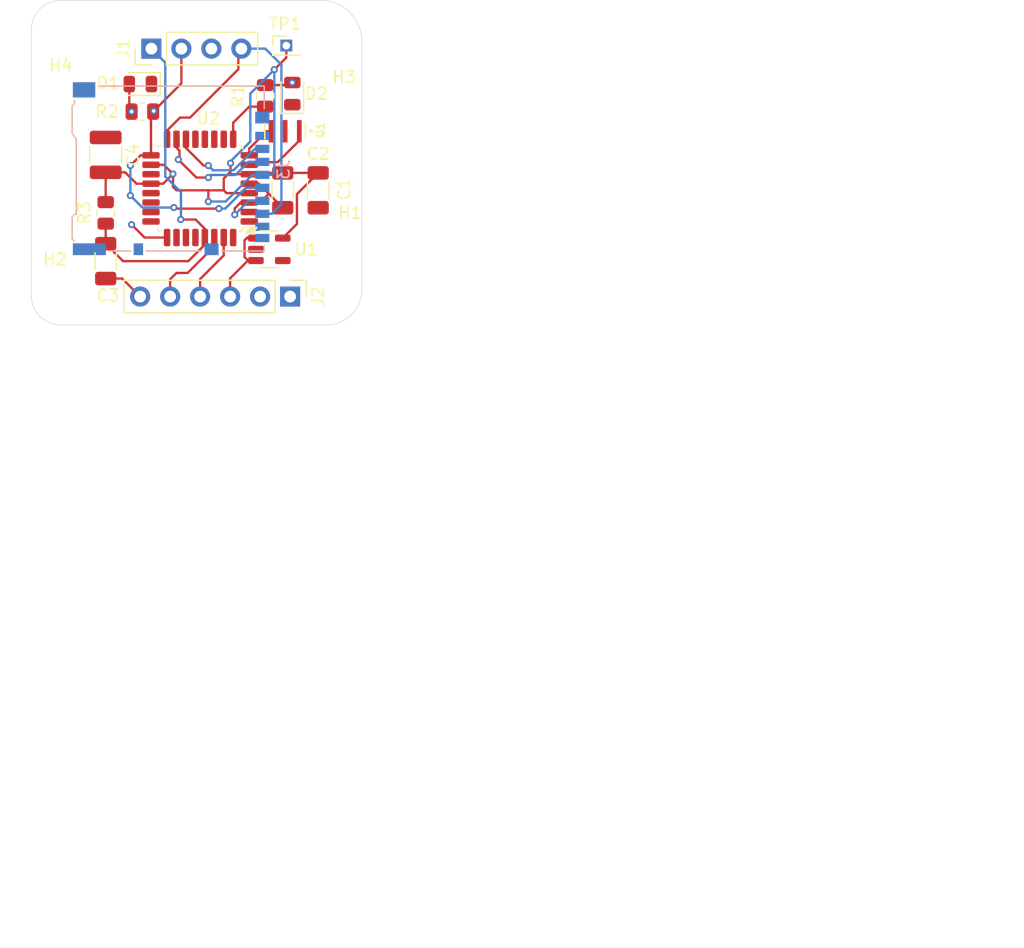
<source format=kicad_pcb>
(kicad_pcb (version 20241229) (generator "pcbnew") (generator_version "9.0")
  (title_block (title "OPEN-LOG") (company "MOHIT SAGAR"))
  (layers (0 "F.Cu" signal) (2 "B.Cu" signal) (13 "F.Paste" user) (15 "B.Paste" user) (5 "F.SilkS" user "F.Silkscreen") (7 "B.SilkS" user "B.Silkscreen") (1 "F.Mask" user) (3 "B.Mask" user) (25 "Edge.Cuts" user))
  (net 0 "")
  (net 1 "Net-(U2-PD5(T1))")
  (net 2 "3.3V")
  (net 3 "RST")
  (net 4 "Net-(D1-A)")
  (net 5 "GND")
  (net 6 "RAW")
  (net 9 "MOSI")
  (net 10 "Net-(U2-PB6{slash}XTAL1)")
  (net 14 "MISO")
  (net 16 "TXO")
  (net 19 "Net-(U2-PB7{slash}XTAL2)")
  (net 20 "CD")
  (net 23 "RXI")
  (net 28 "CS")
  (net 30 "DTR")
  (net 31 "SCK")
  (footprint "Package_QFP:TQFP-32_7x7mm_P0.8mm" (layer "F.Cu") (at 214.225 116.3125 180)
    (property "Reference" "U2" (at -0.696 5.9335 0) (layer "F.SilkS"))
    (property "Value" "ATmega328P-A")
    (fp_line (start 3.61 3.61) (end 3.61 3.335) (stroke (width 0.12)) (layer "F.SilkS"))
    (fp_line (start 3.61 -3.61) (end 3.61 -3.335) (stroke (width 0.12)) (layer "F.SilkS"))
    (fp_line (start 3.335 3.61) (end 3.61 3.61) (stroke (width 0.12)) (layer "F.SilkS"))
    (fp_line (start 3.335 -3.61) (end 3.61 -3.61) (stroke (width 0.12)) (layer "F.SilkS"))
    (fp_line (start -3.335 3.61) (end -3.61 3.61) (stroke (width 0.12)) (layer "F.SilkS"))
    (fp_line (start -3.335 -3.61) (end -3.61 -3.61) (stroke (width 0.12)) (layer "F.SilkS"))
    (fp_line (start -3.61 3.61) (end -3.61 3.335) (stroke (width 0.12)) (layer "F.SilkS"))
    (fp_line (start -3.61 -3.61) (end -3.61 -3.335) (stroke (width 0.12)) (layer "F.SilkS"))
    (fp_poly (pts (xy -4.2 -3.335) (xy -4.54 -3.805) (xy -3.86 -3.805)) (stroke (width 0.12)) (fill yes) (layer "F.SilkS"))
    (pad "1" smd roundrect (at -4.1625 -2.8 180) (size 1.475 0.55) (layers "F.Cu" "F.Mask" "F.Paste"))
    (pad "2" smd roundrect (at -4.1625 -2 180) (size 1.475 0.55) (layers "F.Cu" "F.Mask" "F.Paste"))
    (pad "3" smd roundrect (at -4.1625 -1.2 180) (size 1.475 0.55) (layers "F.Cu" "F.Mask" "F.Paste") (net 5 "GND"))
    (pad "4" smd roundrect (at -4.1625 -0.4 180) (size 1.475 0.55) (layers "F.Cu" "F.Mask" "F.Paste") (net 2 "3.3V"))
    (pad "5" smd roundrect (at -4.1625 0.4 180) (size 1.475 0.55) (layers "F.Cu" "F.Mask" "F.Paste") (net 5 "GND"))
    (pad "6" smd roundrect (at -4.1625 1.2 180) (size 1.475 0.55) (layers "F.Cu" "F.Mask" "F.Paste") (net 2 "3.3V"))
    (pad "7" smd roundrect (at -4.1625 2 180) (size 1.475 0.55) (layers "F.Cu" "F.Mask" "F.Paste") (net 10 "Net-(U2-PB6{slash}XTAL1)"))
    (pad "8" smd roundrect (at -4.1625 2.8 180) (size 1.475 0.55) (layers "F.Cu" "F.Mask" "F.Paste") (net 19 "Net-(U2-PB7{slash}XTAL2)"))
    (pad "9" smd roundrect (at -2.8 4.1625 180) (size 0.55 1.475) (layers "F.Cu" "F.Mask" "F.Paste") (net 1 "Net-(U2-PD5(T1))"))
    (pad "10" smd roundrect (at -2 4.1625 180) (size 0.55 1.475) (layers "F.Cu" "F.Mask" "F.Paste"))
    (pad "11" smd roundrect (at -1.2 4.1625 180) (size 0.55 1.475) (layers "F.Cu" "F.Mask" "F.Paste"))
    (pad "12" smd roundrect (at -0.4 4.1625 180) (size 0.55 1.475) (layers "F.Cu" "F.Mask" "F.Paste"))
    (pad "13" smd roundrect (at 0.4 4.1625 180) (size 0.55 1.475) (layers "F.Cu" "F.Mask" "F.Paste"))
    (pad "14" smd roundrect (at 1.2 4.1625 180) (size 0.55 1.475) (layers "F.Cu" "F.Mask" "F.Paste") (net 28 "CS"))
    (pad "15" smd roundrect (at 2 4.1625 180) (size 0.55 1.475) (layers "F.Cu" "F.Mask" "F.Paste") (net 9 "MOSI"))
    (pad "16" smd roundrect (at 2.8 4.1625 180) (size 0.55 1.475) (layers "F.Cu" "F.Mask" "F.Paste") (net 14 "MISO"))
    (pad "17" smd roundrect (at 4.1625 2.8 180) (size 1.475 0.55) (layers "F.Cu" "F.Mask" "F.Paste") (net 31 "SCK"))
    (pad "18" smd roundrect (at 4.1625 2 180) (size 1.475 0.55) (layers "F.Cu" "F.Mask" "F.Paste") (net 2 "3.3V"))
    (pad "19" smd roundrect (at 4.1625 1.2 180) (size 1.475 0.55) (layers "F.Cu" "F.Mask" "F.Paste"))
    (pad "20" smd roundrect (at 4.1625 0.4 180) (size 1.475 0.55) (layers "F.Cu" "F.Mask" "F.Paste") (net 2 "3.3V"))
    (pad "21" smd roundrect (at 4.1625 -0.4 180) (size 1.475 0.55) (layers "F.Cu" "F.Mask" "F.Paste") (net 5 "GND"))
    (pad "22" smd roundrect (at 4.1625 -1.2 180) (size 1.475 0.55) (layers "F.Cu" "F.Mask" "F.Paste"))
    (pad "23" smd roundrect (at 4.1625 -2 180) (size 1.475 0.55) (layers "F.Cu" "F.Mask" "F.Paste"))
    (pad "24" smd roundrect (at 4.1625 -2.8 180) (size 1.475 0.55) (layers "F.Cu" "F.Mask" "F.Paste"))
    (pad "25" smd roundrect (at 2.8 -4.1625 180) (size 0.55 1.475) (layers "F.Cu" "F.Mask" "F.Paste") (net 20 "CD"))
    (pad "26" smd roundrect (at 2 -4.1625 180) (size 0.55 1.475) (layers "F.Cu" "F.Mask" "F.Paste"))
    (pad "27" smd roundrect (at 1.2 -4.1625 180) (size 0.55 1.475) (layers "F.Cu" "F.Mask" "F.Paste"))
    (pad "28" smd roundrect (at 0.4 -4.1625 180) (size 0.55 1.475) (layers "F.Cu" "F.Mask" "F.Paste"))
    (pad "29" smd roundrect (at -0.4 -4.1625 180) (size 0.55 1.475) (layers "F.Cu" "F.Mask" "F.Paste") (net 3 "RST"))
    (pad "30" smd roundrect (at -1.2 -4.1625 180) (size 0.55 1.475) (layers "F.Cu" "F.Mask" "F.Paste") (net 23 "RXI"))
    (pad "31" smd roundrect (at -2 -4.1625 180) (size 0.55 1.475) (layers "F.Cu" "F.Mask" "F.Paste") (net 16 "TXO"))
    (pad "32" smd roundrect (at -2.8 -4.1625 180) (size 0.55 1.475) (layers "F.Cu" "F.Mask" "F.Paste"))
  )
  (footprint "Package_TO_SOT_SMD:SOT-23-5" (layer "F.Cu") (at 220.0875 121.475)
    (property "Reference" "U1" (at 3.1375 0 0) (layer "F.SilkS"))
    (property "Value" "3.3V MIC5205")
    (fp_line (start 0 -1.56) (end -0.8 -1.56) (stroke (width 0.12)) (layer "F.SilkS"))
    (fp_line (start 0 -1.56) (end 0.8 -1.56) (stroke (width 0.12)) (layer "F.SilkS"))
    (fp_line (start 0 1.56) (end -0.8 1.56) (stroke (width 0.12)) (layer "F.SilkS"))
    (fp_line (start 0 1.56) (end 0.8 1.56) (stroke (width 0.12)) (layer "F.SilkS"))
    (fp_poly (pts (xy -1.3 -1.51) (xy -1.54 -1.84) (xy -1.06 -1.84)) (stroke (width 0.12)) (fill yes) (layer "F.SilkS"))
    (pad "1" smd roundrect (at -1.1375 -0.95) (size 1.325 0.6) (layers "F.Cu" "F.Mask" "F.Paste") (net 6 "RAW"))
    (pad "2" smd roundrect (at -1.1375 0) (size 1.325 0.6) (layers "F.Cu" "F.Mask" "F.Paste") (net 5 "GND"))
    (pad "3" smd roundrect (at -1.1375 0.95) (size 1.325 0.6) (layers "F.Cu" "F.Mask" "F.Paste") (net 6 "RAW"))
    (pad "4" smd roundrect (at 1.1375 0.95) (size 1.325 0.6) (layers "F.Cu" "F.Mask" "F.Paste"))
    (pad "5" smd roundrect (at 1.1375 -0.95) (size 1.325 0.6) (layers "F.Cu" "F.Mask" "F.Paste") (net 2 "3.3V"))
  )
  (footprint "MountingHole:MountingHole_2.1mm" (layer "F.Cu") (at 204.921 103.879)
    (property "Reference" "H4" (at -2.5 2 0) (layer "F.SilkS"))
    (property "Value" "MountingHole")
    (pad "" np_thru_hole circle (at 0 0) (size 2.1 2.1) (drill 2.1) (layers "*.Cu" "*.Mask"))
  )
  (footprint "Capacitor_SMD:C_1206_3216Metric" (layer "F.Cu") (at 224.225 116.475 -90)
    (property "Reference" "C2" (at -3.096 0 0) (layer "F.SilkS"))
    (property "Value" "0.1uF")
    (fp_line (start -0.711252 0.91) (end 0.711252 0.91) (stroke (width 0.12)) (layer "F.SilkS"))
    (fp_line (start -0.711252 -0.91) (end 0.711252 -0.91) (stroke (width 0.12)) (layer "F.SilkS"))
    (pad "1" smd roundrect (at -1.475 0 270) (size 1.15 1.8) (layers "F.Cu" "F.Mask" "F.Paste") (roundrect_rratio 0.217391) (net 2 "3.3V"))
    (pad "2" smd roundrect (at 1.475 0 270) (size 1.15 1.8) (layers "F.Cu" "F.Mask" "F.Paste") (roundrect_rratio 0.217391) (net 5 "GND"))
  )
  (footprint "Resistor_SMD:R_0805_2012Metric" (layer "F.Cu") (at 209.333 109.807 180)
    (property "Reference" "R2" (at 3 0 0) (layer "F.SilkS"))
    (property "Value" "1K")
    (fp_line (start -0.227064 0.735) (end 0.227064 0.735) (stroke (width 0.12)) (layer "F.SilkS"))
    (fp_line (start -0.227064 -0.735) (end 0.227064 -0.735) (stroke (width 0.12)) (layer "F.SilkS"))
    (pad "1" smd roundrect (at -0.9125 0 180) (size 1.025 1.4) (layers "F.Cu" "F.Mask" "F.Paste") (roundrect_rratio 0.243902) (net 31 "SCK"))
    (pad "2" smd roundrect (at 0.9125 0 180) (size 1.025 1.4) (layers "F.Cu" "F.Mask" "F.Paste") (roundrect_rratio 0.243902) (net 4 "Net-(D1-A)"))
  )
  (footprint "LED_SMD:LED_0805_2012Metric" (layer "F.Cu") (at 222.033 108.283 90)
    (property "Reference" "D2" (at 0 2.032 0) (layer "F.SilkS"))
    (property "Value" "BLUE")
    (fp_line (start 1 -0.96) (end -1.685 -0.96) (stroke (width 0.12)) (layer "F.SilkS"))
    (fp_line (start -1.685 -0.96) (end -1.685 0.96) (stroke (width 0.12)) (layer "F.SilkS"))
    (fp_line (start -1.685 0.96) (end 1 0.96) (stroke (width 0.12)) (layer "F.SilkS"))
    (pad "1" smd roundrect (at -0.9375 0 90) (size 0.975 1.4) (layers "F.Cu" "F.Mask" "F.Paste") (net 5 "GND"))
    (pad "2" smd roundrect (at 0.9375 0 90) (size 0.975 1.4) (layers "F.Cu" "F.Mask" "F.Paste") (net 4 "Net-(D1-A)"))
  )
  (footprint "Capacitor_SMD:C_1206_3216Metric" (layer "F.Cu") (at 221.225 116.475 -90)
    (property "Reference" "C1" (at -0.096 -5.196 270) (layer "F.SilkS"))
    (property "Value" "10uF")
    (fp_line (start -0.711252 0.91) (end 0.711252 0.91) (stroke (width 0.12)) (layer "F.SilkS"))
    (fp_line (start -0.711252 -0.91) (end 0.711252 -0.91) (stroke (width 0.12)) (layer "F.SilkS"))
    (pad "1" smd roundrect (at -1.475 0 270) (size 1.15 1.8) (layers "F.Cu" "F.Mask" "F.Paste") (roundrect_rratio 0.217391) (net 2 "3.3V"))
    (pad "2" smd roundrect (at 1.475 0 270) (size 1.15 1.8) (layers "F.Cu" "F.Mask" "F.Paste") (roundrect_rratio 0.217391) (net 5 "GND"))
  )
  (footprint "LED_SMD:LED_0805_2012Metric" (layer "F.Cu") (at 209.1625 107.475 180)
    (property "Reference" "D1" (at 2.7415 0.096 0) (layer "F.SilkS"))
    (property "Value" "GREEN")
    (fp_line (start 1 -0.96) (end -1.685 -0.96) (stroke (width 0.12)) (layer "F.SilkS"))
    (fp_line (start -1.685 0.96) (end 1 0.96) (stroke (width 0.12)) (layer "F.SilkS"))
    (fp_line (start -1.685 -0.96) (end -1.685 0.96) (stroke (width 0.12)) (layer "F.SilkS"))
    (pad "1" smd roundrect (at -0.9375 0 180) (size 0.975 1.4) (layers "F.Cu" "F.Mask" "F.Paste") (net 5 "GND"))
    (pad "2" smd roundrect (at 0.9375 0 180) (size 0.975 1.4) (layers "F.Cu" "F.Mask" "F.Paste") (net 4 "Net-(D1-A)"))
  )
  (footprint "Connector_PinHeader_2.54mm:PinHeader_1x04_P2.54mm_Vertical" (layer "F.Cu") (at 210.095 104.475 90)
    (property "Reference" "J1" (at 0 -2.38 90) (layer "F.SilkS"))
    (property "Value" "~")
    (fp_line (start -1.38 -1.38) (end 0 -1.38) (stroke (width 0.12)) (layer "F.SilkS"))
    (fp_line (start -1.38 0) (end -1.38 -1.38) (stroke (width 0.12)) (layer "F.SilkS"))
    (fp_line (start 1.38 1.27) (end 1.38 9) (stroke (width 0.12)) (layer "F.SilkS"))
    (fp_line (start -1.38 1.27) (end 1.38 1.27) (stroke (width 0.12)) (layer "F.SilkS"))
    (fp_line (start -1.38 1.27) (end -1.38 9) (stroke (width 0.12)) (layer "F.SilkS"))
    (fp_line (start -1.38 9) (end 1.38 9) (stroke (width 0.12)) (layer "F.SilkS"))
    (pad "1" thru_hole rect (at 0 0 90) (size 1.7 1.7) (drill 1) (layers "*.Cu" "*.Mask") (net 3 "RST"))
    (pad "2" thru_hole circle (at 0 2.54 90) (size 1.7 1.7) (drill 1) (layers "*.Cu" "*.Mask") (net 31 "SCK"))
    (pad "3" thru_hole circle (at 0 5.08 90) (size 1.7 1.7) (drill 1) (layers "*.Cu" "*.Mask") (net 9 "MOSI"))
    (pad "4" thru_hole circle (at 0 7.62 90) (size 1.7 1.7) (drill 1) (layers "*.Cu" "*.Mask") (net 14 "MISO"))
  )
  (footprint "MountingHole:MountingHole_2.1mm" (layer "F.Cu") (at 225.421 103.879)
    (property "Reference" "H3" (at 1 3 0) (layer "F.SilkS"))
    (property "Value" "MountingHole")
    (pad "" np_thru_hole circle (at 0 0) (size 2.1 2.1) (drill 2.1) (layers "*.Cu" "*.Mask"))
  )
  (footprint "Oscillator:RESONATOR 16MHZ" (layer "F.Cu") (at 221.425 111.475 180)
    (property "Reference" "Q1" (at -2.996 0.096 90) (layer "F.SilkS") (effects (font (size 0.64 0.64))))
    (property "Value" "16MHZ")
    (fp_line (start 1.72 -0.65) (end 1.72 0.65) (stroke (width 0.127)) (layer "F.SilkS"))
    (fp_line (start -1.72 -0.65) (end -1.72 0.65) (stroke (width 0.127)) (layer "F.SilkS"))
    (fp_circle (center -2.22 0) (end -2.12 0) (stroke (width 0.2)) (fill no) (layer "F.SilkS"))
    (pad "1" smd rect (at -1.2 0 180) (size 0.4 1.9) (layers "F.Cu" "F.Mask" "F.Paste") (net 10 "Net-(U2-PB6{slash}XTAL1)"))
    (pad "2" smd rect (at 0 0 180) (size 0.4 1.9) (layers "F.Cu" "F.Mask" "F.Paste") (net 5 "GND"))
    (pad "3" smd rect (at 1.2 0 180) (size 0.4 1.9) (layers "F.Cu" "F.Mask" "F.Paste") (net 19 "Net-(U2-PB7{slash}XTAL2)"))
  )
  (footprint "Capacitor_SMD:C_1206_3216Metric" (layer "F.Cu") (at 206.225 122.475 90)
    (property "Reference" "C3" (at -2.904 0.196 180) (layer "F.SilkS"))
    (property "Value" "0.1uF")
    (fp_line (start -0.711252 -0.91) (end 0.711252 -0.91) (stroke (width 0.12)) (layer "F.SilkS"))
    (fp_line (start -0.711252 0.91) (end 0.711252 0.91) (stroke (width 0.12)) (layer "F.SilkS"))
    (pad "1" smd roundrect (at -1.475 0 90) (size 1.15 1.8) (layers "F.Cu" "F.Mask" "F.Paste") (roundrect_rratio 0.217391) (net 30 "DTR"))
    (pad "2" smd roundrect (at 1.475 0 90) (size 1.15 1.8) (layers "F.Cu" "F.Mask" "F.Paste") (roundrect_rratio 0.217391) (net 3 "RST"))
  )
  (footprint "MountingHole:MountingHole_2.1mm" (layer "F.Cu") (at 202.421 125.379)
    (property "Reference" "H2" (at -0.5 -3.05 0) (layer "F.SilkS"))
    (property "Value" "MountingHole")
    (pad "" np_thru_hole circle (at 0 0) (size 2.1 2.1) (drill 2.1) (layers "*.Cu" "*.Mask"))
  )
  (footprint "Connector_PinHeader_2.54mm:PinHeader_1x06_P2.54mm_Vertical" (layer "F.Cu") (at 221.845 125.475 -90)
    (property "Reference" "J2" (at 0 -2.38 90) (layer "F.SilkS"))
    (property "Value" "Conn_01x06_Pin")
    (fp_line (start -1.38 14.08) (end 1.38 14.08) (stroke (width 0.12)) (layer "F.SilkS"))
    (fp_line (start -1.38 1.27) (end -1.38 14.08) (stroke (width 0.12)) (layer "F.SilkS"))
    (fp_line (start -1.38 1.27) (end 1.38 1.27) (stroke (width 0.12)) (layer "F.SilkS"))
    (fp_line (start 1.38 1.27) (end 1.38 14.08) (stroke (width 0.12)) (layer "F.SilkS"))
    (fp_line (start -1.38 0) (end -1.38 -1.38) (stroke (width 0.12)) (layer "F.SilkS"))
    (fp_line (start -1.38 -1.38) (end 0 -1.38) (stroke (width 0.12)) (layer "F.SilkS"))
    (pad "1" thru_hole rect (at 0 0 270) (size 1.7 1.7) (drill 1) (layers "*.Cu" "*.Mask") (net 5 "GND"))
    (pad "2" thru_hole circle (at 0 2.54 270) (size 1.7 1.7) (drill 1) (layers "*.Cu" "*.Mask") (net 5 "GND"))
    (pad "3" thru_hole circle (at 0 5.08 270) (size 1.7 1.7) (drill 1) (layers "*.Cu" "*.Mask") (net 6 "RAW"))
    (pad "4" thru_hole circle (at 0 7.62 270) (size 1.7 1.7) (drill 1) (layers "*.Cu" "*.Mask") (net 16 "TXO"))
    (pad "5" thru_hole circle (at 0 10.16 270) (size 1.7 1.7) (drill 1) (layers "*.Cu" "*.Mask") (net 23 "RXI"))
    (pad "6" thru_hole circle (at 0 12.7 270) (size 1.7 1.7) (drill 1) (layers "*.Cu" "*.Mask") (net 30 "DTR"))
  )
  (footprint "Resistor_SMD:R_0805_2012Metric" (layer "F.Cu") (at 219.733 108.475 90)
    (property "Reference" "R1" (at 0 -2.312 90) (layer "F.SilkS"))
    (property "Value" "330")
    (fp_line (start -0.227064 -0.735) (end 0.227064 -0.735) (stroke (width 0.12)) (layer "F.SilkS"))
    (fp_line (start -0.227064 0.735) (end 0.227064 0.735) (stroke (width 0.12)) (layer "F.SilkS"))
    (pad "1" smd roundrect (at -0.9125 0 90) (size 1.025 1.4) (layers "F.Cu" "F.Mask" "F.Paste") (roundrect_rratio 0.243902) (net 1 "Net-(U2-PD5(T1))"))
    (pad "2" smd roundrect (at 0.9125 0 90) (size 1.025 1.4) (layers "F.Cu" "F.Mask" "F.Paste") (roundrect_rratio 0.243902) (net 4 "Net-(D1-A)"))
  )
  (footprint "Resistor_SMD:R_0805_2012Metric" (layer "F.Cu") (at 206.225 118.3875 -90)
    (property "Reference" "R3" (at 0 1.804 90) (layer "F.SilkS"))
    (property "Value" "1K")
    (fp_line (start -0.227064 0.735) (end 0.227064 0.735) (stroke (width 0.12)) (layer "F.SilkS"))
    (fp_line (start -0.227064 -0.735) (end 0.227064 -0.735) (stroke (width 0.12)) (layer "F.SilkS"))
    (pad "1" smd roundrect (at -0.9125 0 270) (size 1.025 1.4) (layers "F.Cu" "F.Mask" "F.Paste") (roundrect_rratio 0.243902) (net 2 "3.3V"))
    (pad "2" smd roundrect (at 0.9125 0 270) (size 1.025 1.4) (layers "F.Cu" "F.Mask" "F.Paste") (roundrect_rratio 0.243902) (net 3 "RST"))
  )
  (footprint "MountingHole:MountingHole_2.1mm" (layer "F.Cu") (at 225.421 121.379)
    (property "Reference" "H1" (at 1.5 -3 0) (layer "F.SilkS"))
    (property "Value" "MountingHole")
    (pad "" np_thru_hole circle (at 0 0) (size 2.1 2.1) (drill 2.1) (layers "*.Cu" "*.Mask"))
  )
  (footprint "Capacitor_SMD:C_1210_3225Metric" (layer "F.Cu") (at 206.225 113.475 -90)
    (property "Reference" "C4" (at 0 -2.3 90) (layer "F.SilkS"))
    (property "Value" "0.1uF")
    (fp_line (start -0.711252 1.36) (end 0.711252 1.36) (stroke (width 0.12)) (layer "F.SilkS"))
    (fp_line (start -0.711252 -1.36) (end 0.711252 -1.36) (stroke (width 0.12)) (layer "F.SilkS"))
    (pad "1" smd roundrect (at -1.475 0 270) (size 1.15 2.7) (layers "F.Cu" "F.Mask" "F.Paste") (roundrect_rratio 0.217391) (net 5 "GND"))
    (pad "2" smd roundrect (at 1.475 0 270) (size 1.15 2.7) (layers "F.Cu" "F.Mask" "F.Paste") (roundrect_rratio 0.217391) (net 2 "3.3V"))
  )
  (footprint "Connector_PinHeader_1.27mm:PinHeader_1x01_P1.27mm_Vertical" (layer "F.Cu") (at 221.525 104.219)
    (property "Reference" "TP1" (at -0.104 -1.84 180) (layer "F.SilkS"))
    (property "Value" "~")
    (fp_line (start -1.16 -0.81) (end 0 -0.81) (stroke (width 0.12)) (layer "F.SilkS"))
    (fp_line (start -1.16 0) (end -1.16 -0.81) (stroke (width 0.12)) (layer "F.SilkS"))
    (fp_line (start -1.16 0.81) (end -1.16 0.745) (stroke (width 0.12)) (layer "F.SilkS"))
    (fp_line (start -1.16 0.81) (end -0.666708 0.81) (stroke (width 0.12)) (layer "F.SilkS"))
    (fp_line (start -1.16 0.81) (end 1.16 0.81) (stroke (width 0.12)) (layer "F.SilkS"))
    (fp_line (start 0.666708 0.81) (end 1.16 0.81) (stroke (width 0.12)) (layer "F.SilkS"))
    (fp_line (start 1.16 0.81) (end 1.16 0.745) (stroke (width 0.12)) (layer "F.SilkS"))
    (pad "1" thru_hole rect (at 0 0) (size 1 1) (drill 0.65) (layers "*.Cu" "*.Mask") (net 2 "3.3V"))
  )
  (footprint "Connector_Card:microSD_HC_Hirose_DM3AT-SF-PEJM5" (layer "B.Cu") (at 211.768 114.64 90)
    (property "Reference" "J3" (at -0.075 9.525 90) (layer "B.SilkS") (effects (justify mirror)))
    (property "Value" "Micro_SD_Card")
    (fp_line (start 5.315 -8.385) (end 3.005 -8.385) (stroke (width 0.12)) (layer "B.SilkS"))
    (fp_line (start 5.315 -8.385) (end 5.515 -8.185) (stroke (width 0.12)) (layer "B.SilkS"))
    (fp_line (start 3.005 -8.385) (end 2.495 -8.035) (stroke (width 0.12)) (layer "B.SilkS"))
    (fp_line (start -4.085 -8.385) (end -3.875 -8.185) (stroke (width 0.12)) (layer "B.SilkS"))
    (fp_line (start -5.945 -8.385) (end -4.085 -8.385) (stroke (width 0.12)) (layer "B.SilkS"))
    (fp_line (start -5.945 -8.385) (end -6.145 -8.185) (stroke (width 0.12)) (layer "B.SilkS"))
    (fp_line (start 5.515 -8.185) (end 5.775 -8.185) (stroke (width 0.12)) (layer "B.SilkS"))
    (fp_line (start -3.875 -8.035) (end -3.875 -8.185) (stroke (width 0.12)) (layer "B.SilkS"))
    (fp_line (start -3.875 -8.035) (end 2.495 -8.035) (stroke (width 0.12)) (layer "B.SilkS"))
    (fp_line (start -6.975 -3.425) (end -6.975 -5.225) (stroke (width 0.12)) (layer "B.SilkS"))
    (fp_line (start -6.975 2.575) (end -6.975 -2.125) (stroke (width 0.12)) (layer "B.SilkS"))
    (fp_line (start 6.995 7.885) (end 6.995 -6.125) (stroke (width 0.12)) (layer "B.SilkS"))
    (fp_line (start 5.075 7.885) (end 6.995 7.885) (stroke (width 0.12)) (layer "B.SilkS"))
    (fp_line (start -6.525 7.885) (end -6.975 7.885) (stroke (width 0.12)) (layer "B.SilkS"))
    (fp_line (start -6.975 7.885) (end -6.975 4.275) (stroke (width 0.12)) (layer "B.SilkS"))
    (pad "1" smd rect (at 2.775 7.725 90) (size 0.7 1.2) (layers "B.Cu" "B.Mask" "B.Paste"))
    (pad "2" smd rect (at 1.675 7.725 90) (size 0.7 1.2) (layers "B.Cu" "B.Mask" "B.Paste") (net 28 "CS"))
    (pad "3" smd rect (at 0.575 7.725 90) (size 0.7 1.2) (layers "B.Cu" "B.Mask" "B.Paste") (net 9 "MOSI"))
    (pad "4" smd rect (at -0.525 7.725 90) (size 0.7 1.2) (layers "B.Cu" "B.Mask" "B.Paste") (net 2 "3.3V"))
    (pad "5" smd rect (at -1.625 7.725 90) (size 0.7 1.2) (layers "B.Cu" "B.Mask" "B.Paste") (net 31 "SCK"))
    (pad "6" smd rect (at -2.725 7.725 90) (size 0.7 1.2) (layers "B.Cu" "B.Mask" "B.Paste") (net 5 "GND"))
    (pad "7" smd rect (at -3.825 7.725 90) (size 0.7 1.2) (layers "B.Cu" "B.Mask" "B.Paste") (net 14 "MISO"))
    (pad "8" smd rect (at -4.925 7.725 90) (size 0.7 1.2) (layers "B.Cu" "B.Mask" "B.Paste"))
    (pad "9" smd rect (at -5.875 7.725 90) (size 0.7 1.2) (layers "B.Cu" "B.Mask" "B.Paste") (net 5 "GND"))
    (pad "10" smd rect (at -6.825 -2.775 90) (size 1 0.8) (layers "B.Cu" "B.Mask" "B.Paste"))
    (pad "11" smd rect (at -6.825 -6.925 90) (size 1 2.8) (layers "B.Cu" "B.Mask" "B.Paste"))
    (pad "11" smd rect (at -6.825 3.425 90) (size 1 1.2) (layers "B.Cu" "B.Mask" "B.Paste"))
    (pad "11" smd rect (at 4.325 7.725 90) (size 1 1.2) (layers "B.Cu" "B.Mask" "B.Paste"))
    (pad "11" smd rect (at 6.675 -7.375 90) (size 1.3 1.9) (layers "B.Cu" "B.Mask" "B.Paste"))
  )
  (gr_arc (start 199.921 102.879) (mid 200.653233 101.111233) (end 202.421 100.379) (stroke (width 0.05)) (layer "Edge.Cuts"))
  (gr_line (start 202.421 127.879) (end 224.921 127.879) (stroke (width 0.05)) (layer "Edge.Cuts"))
  (gr_arc (start 202.421 127.879) (mid 200.653233 127.146767) (end 199.921 125.379) (stroke (width 0.05)) (layer "Edge.Cuts"))
  (gr_line (start 224.421 100.379) (end 202.421 100.379) (stroke (width 0.05)) (layer "Edge.Cuts"))
  (gr_line (start 199.921 102.879) (end 199.921 125.379) (stroke (width 0.05)) (layer "Edge.Cuts"))
  (gr_arc (start 224.421 100.379) (mid 226.895874 101.404126) (end 227.921 103.879) (stroke (width 0.05)) (layer "Edge.Cuts"))
  (gr_line (start 227.921 124.879) (end 227.921 103.879) (stroke (width 0.05)) (layer "Edge.Cuts"))
  (gr_arc (start 227.921 124.879) (mid 227.04232 127.00032) (end 224.921 127.879) (stroke (width 0.05)) (layer "Edge.Cuts"))
  (segment (start 218.3885 109.3875) (end 219.733 109.3875) (width 0.2) (layer "F.Cu") (net 1))
  (segment (start 217.025 110.751) (end 218.3885 109.3875) (width 0.2) (layer "F.Cu") (net 1))
  (segment (start 217.025 112.15) (end 217.025 110.751) (width 0.2) (layer "F.Cu") (net 1))
  (segment (start 211.1015 115.9125) (end 211.9238 115.0902) (width 0.2) (layer "F.Cu") (net 2))
  (segment (start 216.225 115.475) (end 216.5875 115.1125) (width 0.2) (layer "F.Cu") (net 2))
  (segment (start 208.8345 115.9125) (end 210.0625 115.9125) (width 0.2) (layer "F.Cu") (net 2))
  (segment (start 222.426 119.324) (end 222.426 116.799) (width 0.2) (layer "F.Cu") (net 2))
  (segment (start 210.0625 115.9125) (end 211.1015 115.9125) (width 0.2) (layer "F.Cu") (net 2))
  (segment (start 211.1461 114.3125) (end 211.9238 115.0902) (width 0.2) (layer "F.Cu") (net 2))
  (segment (start 206.225 114.95) (end 207.872 114.95) (width 0.2) (layer "F.Cu") (net 2))
  (segment (start 221.525 105.235) (end 220.509 106.251) (width 0.2) (layer "F.Cu") (net 2))
  (segment (start 216.225 116.475) (end 216.225 115.475) (width 0.2) (layer "F.Cu") (net 2))
  (segment (start 207.872 114.95) (end 208.8345 115.9125) (width 0.2) (layer "F.Cu") (net 2))
  (segment (start 221.225 120.525) (end 222.426 119.324) (width 0.2) (layer "F.Cu") (net 2))
  (segment (start 221.225 115) (end 218.5 115) (width 0.2) (layer "F.Cu") (net 2))
  (segment (start 224.225 115) (end 221.225 115) (width 0.2) (layer "F.Cu") (net 2))
  (segment (start 221.525 104.219) (end 221.525 105.235) (width 0.2) (layer "F.Cu") (net 2))
  (segment (start 211.9238 116.1738) (end 211.9238 115.0902) (width 0.2) (layer "F.Cu") (net 2))
  (segment (start 214.921 116.475) (end 212.225 116.475) (width 0.2) (layer "F.Cu") (net 2))
  (segment (start 216.8006 114.1758) (end 216.8006 114.8994) (width 0.2) (layer "F.Cu") (net 2))
  (segment (start 216.8006 114.8994) (end 216.5875 115.1125) (width 0.2) (layer "F.Cu") (net 2))
  (segment (start 218.3875 116.7125) (end 216.4625 116.7125) (width 0.2) (layer "F.Cu") (net 2))
  (segment (start 206.225 117.475) (end 206.225 114.95) (width 0.2) (layer "F.Cu") (net 2))
  (segment (start 218.5 115) (end 218.3875 115.1125) (width 0.2) (layer "F.Cu") (net 2))
  (segment (start 214.921 116.475) (end 214.921 117.427) (width 0.2) (layer "F.Cu") (net 2))
  (segment (start 212.225 116.475) (end 211.9238 116.1738) (width 0.2) (layer "F.Cu") (net 2))
  (segment (start 216.225 116.475) (end 214.921 116.475) (width 0.2) (layer "F.Cu") (net 2))
  (segment (start 210.0625 114.3125) (end 211.1461 114.3125) (width 0.2) (layer "F.Cu") (net 2))
  (segment (start 216.4625 116.7125) (end 216.225 116.475) (width 0.2) (layer "F.Cu") (net 2))
  (segment (start 216.5875 115.1125) (end 218.3875 115.1125) (width 0.2) (layer "F.Cu") (net 2))
  (segment (start 222.426 116.799) (end 224.225 115) (width 0.2) (layer "F.Cu") (net 2))
  (via (at 220.509 106.251) (size 0.6) (drill 0.3) (layers "F.Cu" "B.Cu") (net 2))
  (via (at 211.9238 115.0902) (size 0.6) (drill 0.3) (layers "F.Cu" "B.Cu") (net 2))
  (via (at 216.8006 114.1758) (size 0.6) (drill 0.3) (layers "F.Cu" "B.Cu") (net 2))
  (via (at 214.921 117.427) (size 0.6) (drill 0.3) (layers "F.Cu" "B.Cu") (net 2))
  (segment (start 219.493 115.165) (end 218.642543 115.165) (width 0.2) (layer "B.Cu") (net 2))
  (segment (start 219.493 115.165) (end 220.293 115.165) (width 0.2) (layer "B.Cu") (net 2))
  (segment (start 216.8006 114.0234) (end 216.8006 114.1758) (width 0.2) (layer "B.Cu") (net 2))
  (segment (start 220.509 106.251) (end 218.477 108.283) (width 0.2) (layer "B.Cu") (net 2))
  (segment (start 216.380543 117.427) (end 214.921 117.427) (width 0.2) (layer "B.Cu") (net 2))
  (segment (start 218.477 112.347) (end 216.8006 114.0234) (width 0.2) (layer "B.Cu") (net 2))
  (segment (start 218.477 108.283) (end 218.477 112.347) (width 0.2) (layer "B.Cu") (net 2))
  (segment (start 218.642543 115.165) (end 216.380543 117.427) (width 0.2) (layer "B.Cu") (net 2))
  (segment (start 220.293 115.165) (end 220.509 114.949) (width 0.2) (layer "B.Cu") (net 2))
  (segment (start 220.509 114.949) (end 220.509 106.251) (width 0.2) (layer "B.Cu") (net 2))
  (segment (start 206.225 121) (end 206.225 119.3) (width 0.2) (layer "F.Cu") (net 3))
  (segment (start 207.7 122.475) (end 213.225 122.475) (width 0.2) (layer "F.Cu") (net 3))
  (segment (start 214.625 119.737501) (end 214.625 120.475) (width 0.2) (layer "F.Cu") (net 3))
  (segment (start 213.225 122.475) (end 214.625 121.075) (width 0.2) (layer "F.Cu") (net 3))
  (segment (start 206.225 121) (end 207.7 122.475) (width 0.2) (layer "F.Cu") (net 3))
  (segment (start 214.625 121.075) (end 214.625 120.475) (width 0.2) (layer "F.Cu") (net 3))
  (segment (start 212.5842 118.951) (end 213.838499 118.951) (width 0.2) (layer "F.Cu") (net 3))
  (segment (start 213.838499 118.951) (end 214.625 119.737501) (width 0.2) (layer "F.Cu") (net 3))
  (via (at 212.5842 118.951) (size 0.6) (drill 0.3) (layers "F.Cu" "B.Cu") (net 3))
  (segment (start 211.272 115.302) (end 212.601 116.631) (width 0.2) (layer "B.Cu") (net 3))
  (segment (start 210.095 104.475) (end 211.272 105.652) (width 0.2) (layer "B.Cu") (net 3))
  (segment (start 211.272 105.652) (end 211.272 115.302) (width 0.2) (layer "B.Cu") (net 3))
  (segment (start 212.601 118.9342) (end 212.5842 118.951) (width 0.2) (layer "B.Cu") (net 3))
  (segment (start 212.601 116.631) (end 212.601 118.9342) (width 0.2) (layer "B.Cu") (net 3))
  (segment (start 219.733 107.5625) (end 221.816 107.5625) (width 0.2) (layer "F.Cu") (net 4))
  (segment (start 208.225 107.475) (end 208.225 109.6115) (width 0.2) (layer "F.Cu") (net 4))
  (segment (start 221.816 107.5625) (end 222.033 107.3455) (width 0.2) (layer "F.Cu") (net 4))
  (segment (start 208.225 109.6115) (end 208.4205 109.807) (width 0.2) (layer "F.Cu") (net 4))
  (via (at 208.4205 109.807) (size 0.6) (drill 0.3) (layers "F.Cu" "B.Cu") (net 4))
  (via (at 222.033 107.3455) (size 0.6) (drill 0.3) (layers "F.Cu" "B.Cu") (net 4))
  (segment (start 217.15634 118.542908) (end 217.15634 118.006161) (width 0.2) (layer "F.Cu") (net 5))
  (segment (start 219.1685 115.9125) (end 219.178 115.903) (width 0.2) (layer "F.Cu") (net 5))
  (segment (start 220.0375 116.7625) (end 221.225 117.95) (width 0.2) (layer "F.Cu") (net 5))
  (segment (start 217.650001 117.5125) (end 218.3875 117.5125) (width 0.2) (layer "F.Cu") (net 5))
  (segment (start 219.178 115.903) (end 220.0375 116.7625) (width 0.2) (layer "F.Cu") (net 5))
  (segment (start 218.3875 115.9125) (end 219.1685 115.9125) (width 0.2) (layer "F.Cu") (net 5))
  (segment (start 218.378 115.903) (end 218.3875 115.9125) (width 0.2) (layer "F.Cu") (net 5))
  (segment (start 217.15634 118.006161) (end 217.650001 117.5125) (width 0.2) (layer "F.Cu") (net 5))
  (segment (start 219.2875 117.5125) (end 220.0375 116.7625) (width 0.2) (layer "F.Cu") (net 5))
  (segment (start 218.3875 117.5125) (end 219.2875 117.5125) (width 0.2) (layer "F.Cu") (net 5))
  (via (at 217.15634 118.542908) (size 0.6) (drill 0.3) (layers "F.Cu" "B.Cu") (net 5))
  (segment (start 217.15634 118.542908) (end 218.334248 117.365) (width 0.2) (layer "B.Cu") (net 5))
  (segment (start 219.357 120.379) (end 219.493 120.515) (width 0.2) (layer "B.Cu") (net 5))
  (segment (start 218.334248 117.365) (end 219.493 117.365) (width 0.2) (layer "B.Cu") (net 5))
  (segment (start 218.287501 122.425) (end 218.95 122.425) (width 0.2) (layer "F.Cu") (net 6))
  (segment (start 218.225 120.475) (end 217.9865 120.7135) (width 0.2) (layer "F.Cu") (net 6))
  (segment (start 217.9865 120.7135) (end 217.9865 122.123999) (width 0.2) (layer "F.Cu") (net 6))
  (segment (start 217.9865 122.123999) (end 218.287501 122.425) (width 0.2) (layer "F.Cu") (net 6))
  (segment (start 218.95 120.525) (end 218.275 120.525) (width 0.2) (layer "F.Cu") (net 6))
  (segment (start 216.765 123.935) (end 218.275 122.425) (width 0.2) (layer "F.Cu") (net 6))
  (segment (start 218.275 120.525) (end 218.225 120.475) (width 0.2) (layer "F.Cu") (net 6))
  (segment (start 218.275 122.425) (end 218.95 122.425) (width 0.2) (layer "F.Cu") (net 6))
  (segment (start 216.765 125.475) (end 216.765 123.935) (width 0.2) (layer "F.Cu") (net 6))
  (segment (start 214.921 115.395) (end 213.905 115.395) (width 0.2) (layer "F.Cu") (net 9))
  (segment (start 212.474 113.114057) (end 212.474 113.778) (width 0.2) (layer "F.Cu") (net 9))
  (segment (start 213.905 115.395) (end 212.381 113.871) (width 0.2) (layer "F.Cu") (net 9))
  (segment (start 212.225 112.15) (end 212.225 112.865057) (width 0.2) (layer "F.Cu") (net 9))
  (segment (start 212.225 112.865057) (end 212.474 113.114057) (width 0.2) (layer "F.Cu") (net 9))
  (segment (start 212.474 113.778) (end 212.381 113.871) (width 0.2) (layer "F.Cu") (net 9))
  (via (at 212.381 113.871) (size 0.6) (drill 0.3) (layers "F.Cu" "B.Cu") (net 9))
  (via (at 214.921 115.395) (size 0.6) (drill 0.3) (layers "F.Cu" "B.Cu") (net 9))
  (segment (start 218.328443 114.065) (end 217.215643 115.1778) (width 0.2) (layer "B.Cu") (net 9))
  (segment (start 215.1382 115.1778) (end 214.921 115.395) (width 0.2) (layer "B.Cu") (net 9))
  (segment (start 217.215643 115.1778) (end 215.1382 115.1778) (width 0.2) (layer "B.Cu") (net 9))
  (segment (start 219.493 114.065) (end 218.328443 114.065) (width 0.2) (layer "B.Cu") (net 9))
  (segment (start 222.625 111.475) (end 222.625 112.263) (width 0.2) (layer "F.Cu") (net 10))
  (segment (start 218.6115 114.0885) (end 218.3875 114.3125) (width 0.2) (layer "F.Cu") (net 10))
  (segment (start 220.7995 114.0885) (end 218.6115 114.0885) (width 0.2) (layer "F.Cu") (net 10))
  (segment (start 222.625 112.263) (end 220.7995 114.0885) (width 0.2) (layer "F.Cu") (net 10))
  (segment (start 217.461 106.222874) (end 213.368874 110.315) (width 0.2) (layer "F.Cu") (net 14))
  (segment (start 212.522501 110.315) (end 211.425 111.412501) (width 0.2) (layer "F.Cu") (net 14))
  (segment (start 213.368874 110.315) (end 212.522501 110.315) (width 0.2) (layer "F.Cu") (net 14))
  (segment (start 217.715 104.475) (end 217.461 104.729) (width 0.2) (layer "F.Cu") (net 14))
  (segment (start 217.461 104.729) (end 217.461 106.222874) (width 0.2) (layer "F.Cu") (net 14))
  (segment (start 211.425 111.412501) (end 211.425 112.15) (width 0.2) (layer "F.Cu") (net 14))
  (segment (start 219.493 118.465) (end 220.293 118.465) (width 0.2) (layer "B.Cu") (net 14))
  (segment (start 221.11 105.84) (end 219.745 104.475) (width 0.2) (layer "B.Cu") (net 14))
  (segment (start 219.745 104.475) (end 217.715 104.475) (width 0.2) (layer "B.Cu") (net 14))
  (segment (start 221.11 117.648) (end 221.11 105.84) (width 0.2) (layer "B.Cu") (net 14))
  (segment (start 220.293 118.465) (end 221.11 117.648) (width 0.2) (layer "B.Cu") (net 14))
  (segment (start 216.225 120.475) (end 216.225 121.990556) (width 0.2) (layer "F.Cu") (net 16))
  (segment (start 214.225 123.990556) (end 214.225 125.475) (width 0.2) (layer "F.Cu") (net 16))
  (segment (start 216.225 121.990556) (end 214.225 123.990556) (width 0.2) (layer "F.Cu") (net 16))
  (segment (start 218.3875 112.9445) (end 218.3875 113.5125) (width 0.2) (layer "F.Cu") (net 19))
  (segment (start 220.225 111.475) (end 219.857 111.475) (width 0.2) (layer "F.Cu") (net 19))
  (segment (start 219.857 111.475) (end 218.3875 112.9445) (width 0.2) (layer "F.Cu") (net 19))
  (segment (start 211.425 120.475) (end 209.517 120.475) (width 0.2) (layer "F.Cu") (net 20))
  (segment (start 209.517 120.475) (end 208.421 119.379) (width 0.2) (layer "F.Cu") (net 20))
  (via (at 208.421 119.379) (size 0.6) (drill 0.3) (layers "F.Cu" "B.Cu") (net 20))
  (segment (start 215.425 121.212499) (end 215.425 120.475) (width 0.2) (layer "F.Cu") (net 23))
  (segment (start 211.685 124.015) (end 212.225 123.475) (width 0.2) (layer "F.Cu") (net 23))
  (segment (start 211.685 125.475) (end 211.685 124.015) (width 0.2) (layer "F.Cu") (net 23))
  (segment (start 213.162499 123.475) (end 215.425 121.212499) (width 0.2) (layer "F.Cu") (net 23))
  (segment (start 212.225 123.475) (end 213.162499 123.475) (width 0.2) (layer "F.Cu") (net 23))
  (segment (start 213.025 112.15) (end 213.025 112.887499) (width 0.2) (layer "F.Cu") (net 28))
  (segment (start 214.516501 114.379) (end 214.921 114.379) (width 0.2) (layer "F.Cu") (net 28))
  (segment (start 213.025 112.887499) (end 214.516501 114.379) (width 0.2) (layer "F.Cu") (net 28))
  (via (at 214.921 114.379) (size 0.6) (drill 0.3) (layers "F.Cu" "B.Cu") (net 28))
  (segment (start 218.861343 112.965) (end 217.200171 114.626171) (width 0.2) (layer "B.Cu") (net 28))
  (segment (start 215.3188 114.7768) (end 217.049543 114.7768) (width 0.2) (layer "B.Cu") (net 28))
  (segment (start 219.493 112.965) (end 218.861343 112.965) (width 0.2) (layer "B.Cu") (net 28))
  (segment (start 215.3188 114.7768) (end 214.921 114.379) (width 0.2) (layer "B.Cu") (net 28))
  (segment (start 217.049543 114.7768) (end 217.200171 114.626171) (width 0.2) (layer "B.Cu") (net 28))
  (segment (start 206.225 123.95) (end 207.62 123.95) (width 0.2) (layer "F.Cu") (net 30))
  (segment (start 207.62 123.95) (end 209.145 125.475) (width 0.2) (layer "F.Cu") (net 30))
  (segment (start 212 117.935) (end 212.093 118.028) (width 0.2) (layer "F.Cu") (net 31))
  (segment (start 212.635 107.4175) (end 212.635 104.475) (width 0.2) (layer "F.Cu") (net 31))
  (segment (start 210.0625 113.5125) (end 210.0625 109.99) (width 0.2) (layer "F.Cu") (net 31))
  (segment (start 210.0625 113.5125) (end 209.1835 113.5125) (width 0.2) (layer "F.Cu") (net 31))
  (segment (start 212.093 118.028) (end 215.809 118.028) (width 0.2) (layer "F.Cu") (net 31))
  (segment (start 210.29725 109.75525) (end 212.635 107.4175) (width 0.2) (layer "F.Cu") (net 31))
  (segment (start 210.2455 109.807) (end 210.29725 109.75525) (width 0.2) (layer "F.Cu") (net 31))
  (segment (start 210.0625 109.99) (end 210.2455 109.807) (width 0.2) (layer "F.Cu") (net 31))
  (segment (start 215.809 118.028) (end 215.81 118.027) (width 0.2) (layer "F.Cu") (net 31))
  (segment (start 209.1835 113.5125) (end 208.317 114.379) (width 0.2) (layer "F.Cu") (net 31))
  (via (at 215.81 118.027) (size 0.6) (drill 0.3) (layers "F.Cu" "B.Cu") (net 31))
  (via (at 208.317 116.919) (size 0.6) (drill 0.3) (layers "F.Cu" "B.Cu") (net 31))
  (via (at 212 117.935) (size 0.6) (drill 0.3) (layers "F.Cu" "B.Cu") (net 31))
  (via (at 210.29725 109.75525) (size 0.6) (drill 0.3) (layers "F.Cu" "B.Cu") (net 31))
  (via (at 208.317 114.379) (size 0.6) (drill 0.3) (layers "F.Cu" "B.Cu") (net 31))
  (segment (start 218.109643 116.265) (end 216.347643 118.027) (width 0.2) (layer "B.Cu") (net 31))
  (segment (start 208.317 116.919) (end 209.333 117.935) (width 0.2) (layer "B.Cu") (net 31))
  (segment (start 208.317 116.919) (end 208.317 114.379) (width 0.2) (layer "B.Cu") (net 31))
  (segment (start 209.333 117.935) (end 212 117.935) (width 0.2) (layer "B.Cu") (net 31))
  (segment (start 219.493 116.265) (end 218.109643 116.265) (width 0.2) (layer "B.Cu") (net 31))
  (segment (start 216.347643 118.027) (end 215.81 118.027) (width 0.2) (layer "B.Cu") (net 31))
)
</source>
